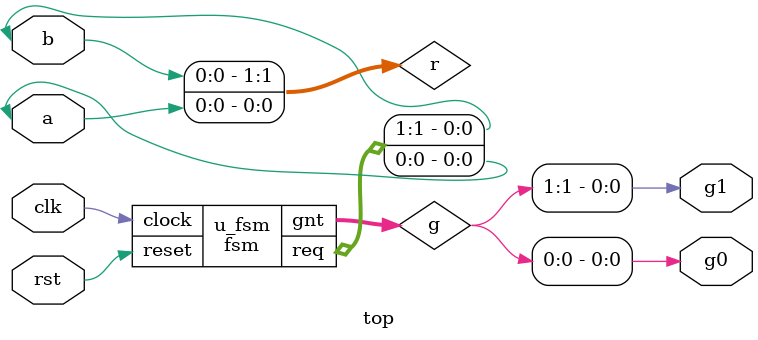
<source format=v>
 module fsm (
 clock,
 reset,
 req,
 gnt
 );
 input   clock,reset;
 inout [1:0] req ;
 output [1:0]  gnt ;
 wire    clock,reset;
 wire [1:0] req ;
 reg  [1:0]   gnt ;

  parameter SIZE = 3           ;
 parameter IDLE  = 3'b001,GNT0 = 3'b010,GNT1 = 3'b100,GNT2 = 3'b101,GNT3 = 3'b111;

 reg [SIZE-1:0] state;
 reg [SIZE-1:0] next_state;

  always @ (posedge clock)
 begin : FSM
 if (reset == 1'b1) begin
   state <=  #1  IDLE;
   gnt[0] <= 0;
   gnt[1] <= 0;
 end else
  case(state)
    IDLE : if (req[0] == 1'b1) begin
                 state <=  #1  GNT0;
                 gnt[0] <= 1;
               end else if (req[1] == 1'b1) begin
                 gnt[1] <= 1;
                 state <=  #1  GNT0;
               end else begin
                 state <=  #1  IDLE;
               end
    GNT0 : if (gnt[1] == 1'b1) begin
                 state <=  #1  GNT0;
               end else begin
                 gnt[1] <= 0;
                 state <=  #1  IDLE;
               end
    GNT1 : if (req[1] == 1'b1) begin
                 state <=  #1  GNT2;
				 gnt[1] <= req[1];
               end
    GNT2 : if (gnt[0] == 1'b1) begin
                 state <=  #1  GNT1;
				 gnt[1] <= req[1];
               end
    default : state <=  #1  IDLE;
 endcase
 end

 endmodule

  module fsm2 (
 clock,
 reset,
 req,
 gnt
 );
 input   clock,reset;
 inout [1:0] req ;
 output [1:0]  gnt ;
 wire    clock,reset;
 wire [1:0] req ;
 reg  [1:0]   gnt ;

  parameter SIZE = 3           ;
 parameter IDLE  = 3'b001,GNT0 = 3'b010,GNT1 = 3'b100,GNT2 = 3'b101,GNT3 = 3'b111;

 reg [SIZE-1:0] state;
 reg [SIZE-1:0] next_state;

  always @ (posedge clock)
 begin : FSM
 if (reset == 1'b1) begin
   state <=  #1  IDLE;
   gnt[0] <= 0;
   gnt[1] <= 0;
 end else
  case(state)
    IDLE : if (req[0] == 1'b1) begin
                 state <=  #1  GNT0;
                 gnt[0] <= 1;
               end else if (req[1] == 1'b1) begin
                 gnt[1] <= 1;
                 state <=  #1  GNT0;
               end else begin
                 state <=  #1  IDLE;
               end
    GNT0 : if (gnt[1] == 1'b1) begin
                 state <=  #1  GNT0;
               end else begin
                 gnt[1] <= 0;
                 state <=  #1  IDLE;
               end
    GNT1 : if (req[1] == 1'b1) begin
                 state <=  #1  GNT2;
				 gnt[1] <= req[1];
               end
    GNT2 : if (gnt[0] == 1'b1) begin
                 state <=  #1  GNT1;
				 gnt[1] <= req[1];
               end
    default : state <=  #1  IDLE;
 endcase
 end

 endmodule

 module top (
input clk,
input rst,
input a,
input b,
output g0,
output g1
);
wire [1:0] g ;
wire [1:0] r ;
fsm u_fsm ( .clock(clk),
            .reset(rst),
            .req(r),
            .gnt(g));
assign g0 = g[0];
assign g1 = g[1];

assign r[0] = a;
assign r[1] = b;

endmodule

</source>
